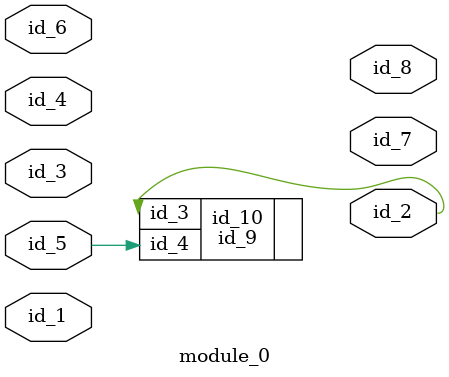
<source format=v>
`resetall
module module_0 (
    id_1,
    id_2,
    id_3,
    id_4,
    id_5,
    id_6,
    id_7,
    id_8
);
  output id_8;
  output id_7;
  input id_6;
  input id_5;
  input id_4;
  input id_3;
  output id_2;
  input id_1;
  id_9 id_10 (
      .id_3(id_8),
      .id_4(id_5),
      .id_4(id_2),
      .id_4(id_5),
      .id_3(id_2)
  );
endmodule

</source>
